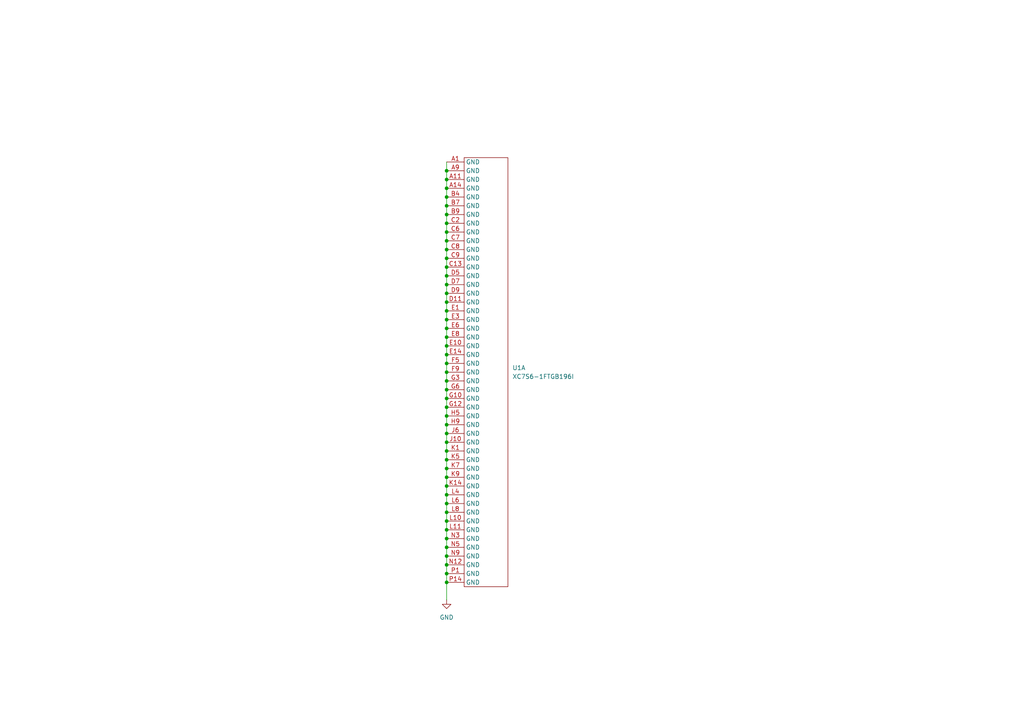
<source format=kicad_sch>
(kicad_sch (version 20250114) (generator "eeschema") (generator_version "9.0")
  (paper "A4")
  (lib_symbols
    (symbol "0_lib:XC7S6-1FTGB196I"
      (property "Reference" "U" (at 0 13.208 0))
      (symbol "XC7S6-1FTGB196I_1_1"
        (rectangle (start -6.35 12.7) (end 6.35 -111.76))
        (pin input line (at -11.43 11.43 0) (length 5.08) (name "GND") (number "A1"))
        (pin input line (at -11.43 8.89 0) (length 5.08) (name "GND") (number "A9"))
        (pin input line (at -11.43 6.35 0) (length 5.08) (name "GND") (number "A11"))
        (pin input line (at -11.43 3.81 0) (length 5.08) (name "GND") (number "A14"))
        (pin input line (at -11.43 1.27 0) (length 5.08) (name "GND") (number "B4"))
        (pin input line (at -11.43 -1.27 0) (length 5.08) (name "GND") (number "B7"))
        (pin input line (at -11.43 -3.81 0) (length 5.08) (name "GND") (number "B9"))
        (pin input line (at -11.43 -6.35 0) (length 5.08) (name "GND") (number "C2"))
        (pin input line (at -11.43 -8.89 0) (length 5.08) (name "GND") (number "C6"))
        (pin input line (at -11.43 -11.43 0) (length 5.08) (name "GND") (number "C7"))
        (pin input line (at -11.43 -13.97 0) (length 5.08) (name "GND") (number "C8"))
        (pin input line (at -11.43 -16.51 0) (length 5.08) (name "GND") (number "C9"))
        (pin input line (at -11.43 -19.05 0) (length 5.08) (name "GND") (number "C13"))
        (pin input line (at -11.43 -21.59 0) (length 5.08) (name "GND") (number "D5"))
        (pin input line (at -11.43 -24.13 0) (length 5.08) (name "GND") (number "D7"))
        (pin input line (at -11.43 -26.67 0) (length 5.08) (name "GND") (number "D9"))
        (pin input line (at -11.43 -29.21 0) (length 5.08) (name "GND") (number "D11"))
        (pin input line (at -11.43 -31.75 0) (length 5.08) (name "GND") (number "E1"))
        (pin input line (at -11.43 -34.29 0) (length 5.08) (name "GND") (number "E3"))
        (pin input line (at -11.43 -36.83 0) (length 5.08) (name "GND") (number "E6"))
        (pin input line (at -11.43 -39.37 0) (length 5.08) (name "GND") (number "E8"))
        (pin input line (at -11.43 -41.91 0) (length 5.08) (name "GND") (number "E10"))
        (pin input line (at -11.43 -44.45 0) (length 5.08) (name "GND") (number "E14"))
        (pin input line (at -11.43 -46.99 0) (length 5.08) (name "GND") (number "F5"))
        (pin input line (at -11.43 -49.53 0) (length 5.08) (name "GND") (number "F9"))
        (pin input line (at -11.43 -52.07 0) (length 5.08) (name "GND") (number "G3"))
        (pin input line (at -11.43 -54.61 0) (length 5.08) (name "GND") (number "G6"))
        (pin input line (at -11.43 -57.15 0) (length 5.08) (name "GND") (number "G10"))
        (pin input line (at -11.43 -59.69 0) (length 5.08) (name "GND") (number "G12"))
        (pin input line (at -11.43 -62.23 0) (length 5.08) (name "GND") (number "H5"))
        (pin input line (at -11.43 -64.77 0) (length 5.08) (name "GND") (number "H9"))
        (pin input line (at -11.43 -67.31 0) (length 5.08) (name "GND") (number "J6"))
        (pin input line (at -11.43 -69.85 0) (length 5.08) (name "GND") (number "J10"))
        (pin input line (at -11.43 -72.39 0) (length 5.08) (name "GND") (number "K1"))
        (pin input line (at -11.43 -74.93 0) (length 5.08) (name "GND") (number "K5"))
        (pin input line (at -11.43 -77.47 0) (length 5.08) (name "GND") (number "K7"))
        (pin input line (at -11.43 -80.01 0) (length 5.08) (name "GND") (number "K9"))
        (pin input line (at -11.43 -82.55 0) (length 5.08) (name "GND") (number "K14"))
        (pin input line (at -11.43 -85.09 0) (length 5.08) (name "GND") (number "L4"))
        (pin input line (at -11.43 -87.63 0) (length 5.08) (name "GND") (number "L6"))
        (pin input line (at -11.43 -90.17 0) (length 5.08) (name "GND") (number "L8"))
        (pin input line (at -11.43 -92.71 0) (length 5.08) (name "GND") (number "L10"))
        (pin input line (at -11.43 -95.25 0) (length 5.08) (name "GND") (number "L11"))
        (pin input line (at -11.43 -97.79 0) (length 5.08) (name "GND") (number "N3"))
        (pin input line (at -11.43 -100.33 0) (length 5.08) (name "GND") (number "N5"))
        (pin input line (at -11.43 -102.87 0) (length 5.08) (name "GND") (number "N9"))
        (pin input line (at -11.43 -105.41 0) (length 5.08) (name "GND") (number "N12"))
        (pin input line (at -11.43 -107.95 0) (length 5.08) (name "GND") (number "P1"))
        (pin input line (at -11.43 -110.49 0) (length 5.08) (name "GND") (number "P14"))
      )
      (symbol "XC7S6-1FTGB196I_2_1"
        (rectangle (start -5.08 13.97) (end 5.08 -66.04))
        (pin input line (at -10.16 11.43 0) (length 5.08) (name "VCCAUX") (number "F10"))
        (pin input line (at -10.16 8.89 0) (length 5.08) (name "VCCAUX") (number "H10"))
        (pin input line (at -10.16 6.35 0) (length 5.08) (name "VCCAUX") (number "K10"))
        (pin input line (at -10.16 3.81 0) (length 5.08) (name "VCCAUX") (number "L9"))
        (pin input line (at -10.16 -1.27 0) (length 5.08) (name "VCCINT") (number "D6"))
        (pin input line (at -10.16 -3.81 0) (length 5.08) (name "VCCINT") (number "D8"))
        (pin input line (at -10.16 -6.35 0) (length 5.08) (name "VCCINT") (number "E7"))
        (pin input line (at -10.16 -8.89 0) (length 5.08) (name "VCCINT") (number "E9"))
        (pin input line (at -10.16 -11.43 0) (length 5.08) (name "VCCINT") (number "F6"))
        (pin input line (at -10.16 -13.97 0) (length 5.08) (name "VCCINT") (number "G9"))
        (pin input line (at -10.16 -16.51 0) (length 5.08) (name "VCCINT") (number "H6"))
        (pin input line (at -10.16 -19.05 0) (length 5.08) (name "VCCINT") (number "J9"))
        (pin input line (at -10.16 -21.59 0) (length 5.08) (name "VCCINT") (number "K6"))
        (pin input line (at -10.16 -24.13 0) (length 5.08) (name "VCCINT") (number "K8"))
        (pin input line (at -10.16 -29.21 0) (length 5.08) (name "VCCO_0") (number "N6"))
        (pin input line (at -10.16 -31.75 0) (length 5.08) (name "VCCO_0") (number "N8"))
        (pin input line (at -10.16 -36.83 0) (length 5.08) (name "VCCO_14") (number "G13"))
        (pin input line (at -10.16 -39.37 0) (length 5.08) (name "VCCO_14") (number "K13"))
        (pin input line (at -10.16 -41.91 0) (length 5.08) (name "VCCO_14") (number "N13"))
        (pin input line (at -10.16 -46.99 0) (length 5.08) (name "VCCO_34") (number "G2"))
        (pin input line (at -10.16 -49.53 0) (length 5.08) (name "VCCO_34") (number "K2"))
        (pin input line (at -10.16 -52.07 0) (length 5.08) (name "VCCO_34") (number "N2"))
        (pin input line (at -10.16 -58.42 0) (length 5.08) (name "VCCBRAM") (number "E5"))
        (pin input line (at -10.16 -60.96 0) (length 5.08) (name "VCCBRAM") (number "G5"))
        (pin input line (at -10.16 -63.5 0) (length 5.08) (name "VCCBRAM") (number "J5"))
      )
      (symbol "XC7S6-1FTGB196I_3_1"
        (rectangle (start -10.16 10.16) (end 10.16 -34.29))
        (text "BANK_0" (at -6.858 11.176 0) (effects (font (size 1.27 1.27))))
        (pin input line (at -15.24 7.62 0) (length 5.08) (name "DONE_0") (number "P9"))
        (pin input line (at -15.24 5.08 0) (length 5.08) (name "TCK_0") (number "A7"))
        (pin input line (at -15.24 2.54 0) (length 5.08) (name "CCLK_0") (number "A8"))
        (pin input line (at -15.24 -1.27 0) (length 5.08) (name "M0_0") (number "M7"))
        (pin input line (at -15.24 -3.81 0) (length 5.08) (name "M1_0") (number "M8"))
        (pin input line (at -15.24 -6.35 0) (length 5.08) (name "M2_0") (number "M9"))
        (pin input line (at -15.24 -10.16 0) (length 5.08) (name "INIT_B_0") (number "P8"))
        (pin input line (at -15.24 -12.7 0) (length 5.08) (name "TDI_0") (number "P7"))
        (pin input line (at -15.24 -15.24 0) (length 5.08) (name "TDO_0") (number "P6"))
        (pin input line (at -15.24 -17.78 0) (length 5.08) (name "CFGBVS_0") (number "N7"))
        (pin input line (at -15.24 -20.32 0) (length 5.08) (name "PROGRAM_B_0") (number "L7"))
        (pin input line (at -15.24 -22.86 0) (length 5.08) (name "TMS_0") (number "M6"))
        (pin input line (at -15.24 -27.94 0) (length 5.08) (name "DXP_0") (number "J8"))
        (pin input line (at -15.24 -30.48 0) (length 5.08) (name "DXN_0") (number "J7"))
      )
      (symbol "XC7S6-1FTGB196I_4_1"
        (rectangle (start -16.51 10.16) (end 16.51 -119.38))
        (text "BANK_14" (at -12.446 11.176 0) (effects (font (size 1.27 1.27))))
        (pin input line (at -21.59 7.62 0) (length 5.08) (name "IO_0_14") (number "E11"))
        (pin input line (at -21.59 5.08 0) (length 5.08) (name "IO_L1P_T0_D00_MOSI_14") (number "B11"))
        (pin input line (at -21.59 2.54 0) (length 5.08) (name "IO_L1N_T0_D01_DIN_14") (number "B12"))
        (pin input line (at -21.59 0 0) (length 5.08) (name "IO_L2P_T0_D02_14") (number "D10"))
        (pin input line (at -21.59 -2.54 0) (length 5.08) (name "IO_L2N_T0_D03_14") (number "C10"))
        (pin input line (at -21.59 -5.08 0) (length 5.08) (name "IO_L3P_T0_DQS_PUDC_B_14") (number "B10"))
        (pin input line (at -21.59 -7.62 0) (length 5.08) (name "IO_L3N_T0_DQS_EMCCLK_14") (number "A10"))
        (pin input line (at -21.59 -10.16 0) (length 5.08) (name "IO_L4P_T0_D04_14") (number "A12"))
        (pin input line (at -21.59 -12.7 0) (length 5.08) (name "IO_L4N_T0_D05_14") (number "A13"))
        (pin input line (at -21.59 -15.24 0) (length 5.08) (name "IO_L5P_T0_D06_14") (number "B13"))
        (pin input line (at -21.59 -17.78 0) (length 5.08) (name "IO_L5N_T0_D07_14") (number "B14"))
        (pin input line (at -21.59 -20.32 0) (length 5.08) (name "IO_L6P_T0_FCS_B_14") (number "C11"))
        (pin input line (at -21.59 -22.86 0) (length 5.08) (name "IO_L6N_T0_D08_VREF_14") (number "C12"))
        (pin input line (at -21.59 -25.4 0) (length 5.08) (name "IO_L7P_T1_D09_14") (number "F12"))
        (pin input line (at -21.59 -27.94 0) (length 5.08) (name "IO_L7N_T1_D10_14") (number "E12"))
        (pin input line (at -21.59 -30.48 0) (length 5.08) (name "IO_L8P_T1_D11_14") (number "D12"))
        (pin input line (at -21.59 -33.02 0) (length 5.08) (name "IO_L8N_T1_D12_14") (number "D13"))
        (pin input line (at -21.59 -35.56 0) (length 5.08) (name "IO_L9P_T1_DQS_14") (number "G14"))
        (pin input line (at -21.59 -38.1 0) (length 5.08) (name "IO_L9N_T1_DQS_D13_14") (number "F14"))
        (pin input line (at -21.59 -40.64 0) (length 5.08) (name "IO_L10P_T1_D14_14") (number "F13"))
        (pin input line (at -21.59 -43.18 0) (length 5.08) (name "IO_L10N_T1_D15_14") (number "E13"))
        (pin input line (at -21.59 -45.72 0) (length 5.08) (name "IO_L11P_T1_SRCC_14") (number "D14"))
        (pin input line (at -21.59 -48.26 0) (length 5.08) (name "IO_L11N_T1_SRCC_14") (number "C14"))
        (pin input line (at -21.59 -50.8 0) (length 5.08) (name "IO_L12P_T1_MRCC_14") (number "G11"))
        (pin input line (at -21.59 -53.34 0) (length 5.08) (name "IO_L12N_T1_MRCC_14") (number "F11"))
        (pin input line (at -21.59 -55.88 0) (length 5.08) (name "IO_L13P_T2_MRCC_14") (number "H11"))
        (pin input line (at -21.59 -58.42 0) (length 5.08) (name "IO_L13N_T2_MRCC_14") (number "H12"))
        (pin input line (at -21.59 -60.96 0) (length 5.08) (name "IO_L14P_T2_SRCC_14") (number "H13"))
        (pin input line (at -21.59 -63.5 0) (length 5.08) (name "IO_L14N_T2_SRCC_14") (number "H14"))
        (pin input line (at -21.59 -66.04 0) (length 5.08) (name "IO_L15P_T2_DQS_RDWR_B_14") (number "M13"))
        (pin input line (at -21.59 -68.58 0) (length 5.08) (name "IO_L15N_T2_DQS_DOUT_CSO_B_14") (number "L14"))
        (pin input line (at -21.59 -71.12 0) (length 5.08) (name "IO_L16P_T2_CSI_B_14") (number "L12"))
        (pin input line (at -21.59 -73.66 0) (length 5.08) (name "IO_L16N_T2_D31_14") (number "L13"))
        (pin input line (at -21.59 -76.2 0) (length 5.08) (name "IO_L17P_T2_D30_14") (number "J11"))
        (pin input line (at -21.59 -78.74 0) (length 5.08) (name "IO_L17N_T2_D29_14") (number "J12"))
        (pin input line (at -21.59 -81.28 0) (length 5.08) (name "IO_L18P_T2_D28_14") (number "J13"))
        (pin input line (at -21.59 -83.82 0) (length 5.08) (name "IO_L18N_T2_D27_14") (number "J14"))
        (pin input line (at -21.59 -86.36 0) (length 5.08) (name "IO_L19P_T3_D26_14") (number "K11"))
        (pin input line (at -21.59 -88.9 0) (length 5.08) (name "IO_L19N_T3_D25_VREF_14") (number "K12"))
        (pin input line (at -21.59 -91.44 0) (length 5.08) (name "IO_L20P_T3_D24_14") (number "M11"))
        (pin input line (at -21.59 -93.98 0) (length 5.08) (name "IO_L20N_T3_D23_14") (number "M12"))
        (pin input line (at -21.59 -96.52 0) (length 5.08) (name "IO_L21P_T3_DQS_14") (number "N14"))
        (pin input line (at -21.59 -99.06 0) (length 5.08) (name "IO_L21N_T3_DQS_D22_14") (number "M14"))
        (pin input line (at -21.59 -101.6 0) (length 5.08) (name "IO_L22P_T3_D21_14") (number "P12"))
        (pin input line (at -21.59 -104.14 0) (length 5.08) (name "IO_L22N_T3_D20_14") (number "P13"))
        (pin input line (at -21.59 -106.68 0) (length 5.08) (name "IO_L23P_T3_D19_14") (number "N10"))
        (pin input line (at -21.59 -109.22 0) (length 5.08) (name "IO_L23N_T3_D18_14") (number "N11"))
        (pin input line (at -21.59 -111.76 0) (length 5.08) (name "IO_L24P_T3_D17_14") (number "P10"))
        (pin input line (at -21.59 -114.3 0) (length 5.08) (name "IO_L24N_T3_D16_14") (number "P11"))
        (pin input line (at -21.59 -116.84 0) (length 5.08) (name "IO_25_14") (number "M10"))
      )
      (symbol "XC7S6-1FTGB196I_5_1"
        (rectangle (start -15.24 8.89) (end 17.78 -120.65))
        (text "BANK_34" (at -11.176 9.906 0) (effects (font (size 1.27 1.27))))
        (pin input line (at -20.32 6.35 0) (length 5.08) (name "IO_0_34") (number "B6"))
        (pin input line (at -20.32 3.81 0) (length 5.08) (name "IO_L1P_T0_34") (number "D3"))
        (pin input line (at -20.32 1.27 0) (length 5.08) (name "IO_L1N_T0_34") (number "C3"))
        (pin input line (at -20.32 -1.27 0) (length 5.08) (name "IO_L2P_T0_34") (number "A4"))
        (pin input line (at -20.32 -3.81 0) (length 5.08) (name "IO_L2N_T0_34") (number "A3"))
        (pin input line (at -20.32 -6.35 0) (length 5.08) (name "IO_L3P_T0_DQS_34") (number "B3"))
        (pin input line (at -20.32 -8.89 0) (length 5.08) (name "IO_L3N_T0_DQS_34") (number "A2"))
        (pin input line (at -20.32 -11.43 0) (length 5.08) (name "IO_L4P_T0_34") (number "B5"))
        (pin input line (at -20.32 -13.97 0) (length 5.08) (name "IO_L4N_T0_34") (number "A5"))
        (pin input line (at -20.32 -16.51 0) (length 5.08) (name "IO_L5P_T0_34") (number "B2"))
        (pin input line (at -20.32 -19.05 0) (length 5.08) (name "IO_L5N_T0_34") (number "B1"))
        (pin input line (at -20.32 -21.59 0) (length 5.08) (name "IO_L6P_T0_34") (number "C5"))
        (pin input line (at -20.32 -24.13 0) (length 5.08) (name "IO_L6N_T0_VREF_34") (number "C4"))
        (pin input line (at -20.32 -26.67 0) (length 5.08) (name "IO_L7P_T1_34") (number "E4"))
        (pin input line (at -20.32 -29.21 0) (length 5.08) (name "IO_L7N_T1_34") (number "D4"))
        (pin input line (at -20.32 -31.75 0) (length 5.08) (name "IO_L8P_T1_34") (number "F3"))
        (pin input line (at -20.32 -34.29 0) (length 5.08) (name "IO_L8N_T1_34") (number "F2"))
        (pin input line (at -20.32 -36.83 0) (length 5.08) (name "IO_L9P_T1_DQS_34") (number "G1"))
        (pin input line (at -20.32 -39.37 0) (length 5.08) (name "IO_L9N_T1_DQS_34") (number "F1"))
        (pin input line (at -20.32 -41.91 0) (length 5.08) (name "IO_L10P_T1_34") (number "E2"))
        (pin input line (at -20.32 -44.45 0) (length 5.08) (name "IO_L10N_T1_34") (number "D2"))
        (pin input line (at -20.32 -46.99 0) (length 5.08) (name "IO_L11P_T1_SRCC_34") (number "D1"))
        (pin input line (at -20.32 -49.53 0) (length 5.08) (name "IO_L11N_T1_SRCC_34") (number "C1"))
        (pin input line (at -20.32 -52.07 0) (length 5.08) (name "IO_L12P_T1_MRCC_34") (number "G4"))
        (pin input line (at -20.32 -54.61 0) (length 5.08) (name "IO_L12N_T1_MRCC_34") (number "F4"))
        (pin input line (at -20.32 -57.15 0) (length 5.08) (name "IO_L13P_T2_MRCC_34") (number "H4"))
        (pin input line (at -20.32 -59.69 0) (length 5.08) (name "IO_L13N_T2_MRCC_34") (number "H3"))
        (pin input line (at -20.32 -62.23 0) (length 5.08) (name "IO_L14P_T2_SRCC_34") (number "H2"))
        (pin input line (at -20.32 -64.77 0) (length 5.08) (name "IO_L14N_T2_SRCC_34") (number "H1"))
        (pin input line (at -20.32 -67.31 0) (length 5.08) (name "IO_L15P_T2_DQS_34") (number "J2"))
        (pin input line (at -20.32 -69.85 0) (length 5.08) (name "IO_L15N_T2_DQS_34") (number "J1"))
        (pin input line (at -20.32 -72.39 0) (length 5.08) (name "IO_L16P_T2_34") (number "K4"))
        (pin input line (at -20.32 -74.93 0) (length 5.08) (name "IO_L16N_T2_34") (number "K3"))
        (pin input line (at -20.32 -77.47 0) (length 5.08) (name "IO_L17P_T2_34") (number "J4"))
        (pin input line (at -20.32 -80.01 0) (length 5.08) (name "IO_L17N_T2_34") (number "J3"))
        (pin input line (at -20.32 -82.55 0) (length 5.08) (name "IO_L18P_T2_34") (number "M1"))
        (pin input line (at -20.32 -85.09 0) (length 5.08) (name "IO_L18N_T2_34") (number "L1"))
        (pin input line (at -20.32 -87.63 0) (length 5.08) (name "IO_L19P_T3_34") (number "M3"))
        (pin input line (at -20.32 -90.17 0) (length 5.08) (name "IO_L19N_T3_VREF_34") (number "M2"))
        (pin input line (at -20.32 -92.71 0) (length 5.08) (name "IO_L20P_T3_34") (number "P2"))
        (pin input line (at -20.32 -95.25 0) (length 5.08) (name "IO_L20N_T3_34") (number "N1"))
        (pin input line (at -20.32 -97.79 0) (length 5.08) (name "IO_L21P_T3_DQS_34") (number "P4"))
        (pin input line (at -20.32 -100.33 0) (length 5.08) (name "IO_L21N_T3_DQS_34") (number "P3"))
        (pin input line (at -20.32 -102.87 0) (length 5.08) (name "IO_L22P_T3_34") (number "L3"))
        (pin input line (at -20.32 -105.41 0) (length 5.08) (name "IO_L22N_T3_34") (number "L2"))
        (pin input line (at -20.32 -107.95 0) (length 5.08) (name "IO_L23P_T3_34") (number "M5"))
        (pin input line (at -20.32 -110.49 0) (length 5.08) (name "IO_L23N_T3_34") (number "M4"))
        (pin input line (at -20.32 -113.03 0) (length 5.08) (name "IO_L24P_T3_34") (number "P5"))
        (pin input line (at -20.32 -115.57 0) (length 5.08) (name "IO_L24N_T3_34") (number "N4"))
        (pin input line (at -20.32 -118.11 0) (length 5.08) (name "IO_25_34") (number "L5"))
      )
    )
    (symbol "power:GND" (power) (pin_numbers (hide yes)) (pin_names (offset 0) (hide yes))
      (property "Value" "GND" (at 0 -3.81 0))
      (symbol "GND_0_1"
        (polyline (pts (xy 0 0) (xy 0 -1.27) (xy 1.27 -1.27) (xy 0 -2.54) (xy -1.27 -1.27) (xy 0 -1.27)))
      )
      (symbol "GND_1_1"
        (pin power_in line (at 0 0 270) (length 0) (name "~") (number "1"))
      )
    )
  )
  (junction (at 129.54 125.73))
  (junction (at 129.54 74.93))
  (junction (at 129.54 102.87))
  (junction (at 129.54 135.89))
  (junction (at 129.54 59.69))
  (junction (at 129.54 140.97))
  (junction (at 129.54 72.39))
  (junction (at 129.54 130.81))
  (junction (at 129.54 97.79))
  (junction (at 129.54 77.47))
  (junction (at 129.54 133.35))
  (junction (at 129.54 128.27))
  (junction (at 129.54 62.23))
  (junction (at 129.54 105.41))
  (junction (at 129.54 146.05))
  (junction (at 129.54 95.25))
  (junction (at 129.54 148.59))
  (junction (at 129.54 156.21))
  (junction (at 129.54 69.85))
  (junction (at 129.54 158.75))
  (junction (at 129.54 118.11))
  (junction (at 129.54 120.65))
  (junction (at 129.54 166.37))
  (junction (at 129.54 80.01))
  (junction (at 129.54 82.55))
  (junction (at 129.54 123.19))
  (junction (at 129.54 67.31))
  (junction (at 129.54 57.15))
  (junction (at 129.54 90.17))
  (junction (at 129.54 64.77))
  (junction (at 129.54 110.49))
  (junction (at 129.54 151.13))
  (junction (at 129.54 100.33))
  (junction (at 129.54 107.95))
  (junction (at 129.54 163.83))
  (junction (at 129.54 113.03))
  (junction (at 129.54 143.51))
  (junction (at 129.54 161.29))
  (junction (at 129.54 85.09))
  (junction (at 129.54 115.57))
  (junction (at 129.54 92.71))
  (junction (at 129.54 168.91))
  (junction (at 129.54 153.67))
  (junction (at 129.54 54.61))
  (junction (at 129.54 138.43))
  (junction (at 129.54 52.07))
  (junction (at 129.54 49.53))
  (junction (at 129.54 87.63))
  (wire (pts (xy 129.54 95.25) (xy 129.54 97.79)))
  (wire (pts (xy 129.54 153.67) (xy 129.54 156.21)))
  (wire (pts (xy 129.54 156.21) (xy 129.54 158.75)))
  (wire (pts (xy 129.54 97.79) (xy 129.54 100.33)))
  (wire (pts (xy 129.54 135.89) (xy 129.54 138.43)))
  (wire (pts (xy 129.54 52.07) (xy 129.54 54.61)))
  (wire (pts (xy 129.54 46.99) (xy 129.54 49.53)))
  (wire (pts (xy 129.54 143.51) (xy 129.54 146.05)))
  (wire (pts (xy 129.54 163.83) (xy 129.54 166.37)))
  (wire (pts (xy 129.54 133.35) (xy 129.54 135.89)))
  (wire (pts (xy 129.54 113.03) (xy 129.54 115.57)))
  (wire (pts (xy 129.54 140.97) (xy 129.54 143.51)))
  (wire (pts (xy 129.54 87.63) (xy 129.54 90.17)))
  (wire (pts (xy 129.54 128.27) (xy 129.54 130.81)))
  (wire (pts (xy 129.54 90.17) (xy 129.54 92.71)))
  (wire (pts (xy 129.54 49.53) (xy 129.54 52.07)))
  (wire (pts (xy 129.54 105.41) (xy 129.54 107.95)))
  (wire (pts (xy 129.54 82.55) (xy 129.54 85.09)))
  (wire (pts (xy 129.54 77.47) (xy 129.54 80.01)))
  (wire (pts (xy 129.54 92.71) (xy 129.54 95.25)))
  (wire (pts (xy 129.54 148.59) (xy 129.54 151.13)))
  (wire (pts (xy 129.54 54.61) (xy 129.54 57.15)))
  (wire (pts (xy 129.54 168.91) (xy 129.54 173.99)))
  (wire (pts (xy 129.54 74.93) (xy 129.54 77.47)))
  (wire (pts (xy 129.54 138.43) (xy 129.54 140.97)))
  (wire (pts (xy 129.54 107.95) (xy 129.54 110.49)))
  (wire (pts (xy 129.54 118.11) (xy 129.54 120.65)))
  (wire (pts (xy 129.54 110.49) (xy 129.54 113.03)))
  (wire (pts (xy 129.54 125.73) (xy 129.54 128.27)))
  (wire (pts (xy 129.54 130.81) (xy 129.54 133.35)))
  (wire (pts (xy 129.54 123.19) (xy 129.54 125.73)))
  (wire (pts (xy 129.54 64.77) (xy 129.54 67.31)))
  (wire (pts (xy 129.54 57.15) (xy 129.54 59.69)))
  (wire (pts (xy 129.54 102.87) (xy 129.54 105.41)))
  (wire (pts (xy 129.54 100.33) (xy 129.54 102.87)))
  (wire (pts (xy 129.54 72.39) (xy 129.54 74.93)))
  (wire (pts (xy 129.54 85.09) (xy 129.54 87.63)))
  (wire (pts (xy 129.54 67.31) (xy 129.54 69.85)))
  (wire (pts (xy 129.54 59.69) (xy 129.54 62.23)))
  (wire (pts (xy 129.54 69.85) (xy 129.54 72.39)))
  (wire (pts (xy 129.54 80.01) (xy 129.54 82.55)))
  (wire (pts (xy 129.54 161.29) (xy 129.54 163.83)))
  (wire (pts (xy 129.54 158.75) (xy 129.54 161.29)))
  (wire (pts (xy 129.54 62.23) (xy 129.54 64.77)))
  (wire (pts (xy 129.54 120.65) (xy 129.54 123.19)))
  (wire (pts (xy 129.54 151.13) (xy 129.54 153.67)))
  (wire (pts (xy 129.54 146.05) (xy 129.54 148.59)))
  (wire (pts (xy 129.54 166.37) (xy 129.54 168.91)))
  (wire (pts (xy 129.54 115.57) (xy 129.54 118.11)))
  (symbol (lib_id "power:GND") (at 129.54 173.99 0) (unit 1)
    (property "Reference" "#PWR01" (effects (hide yes)))
    (property "Value" "GND" (at 129.54 179.07 0))
    (property "Description" "Power symbol creates a global label with name \"GND\" , ground" (effects (hide yes)))
  )
  (symbol (lib_id "0_lib:XC7S6-1FTGB196I") (at 140.97 58.42 0) (unit 1)
    (property "Reference" "U1" (at 148.59 106.6799 0) (effects (justify left)))
    (property "Value" "XC7S6-1FTGB196I" (at 148.59 109.2199 0) (effects (justify left)))
  )
)
</source>
